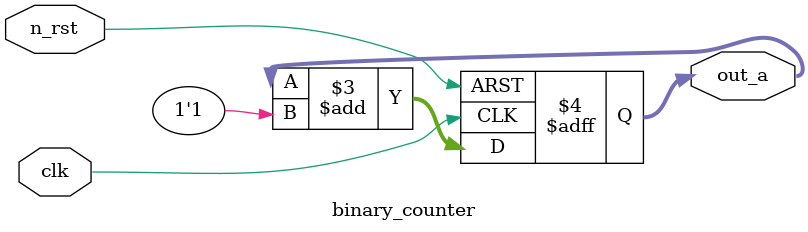
<source format=v>
module binary_counter(
  clk,
  n_rst,
  out_a
);

input clk;
input n_rst;
output [3:0] out_a;
reg [3:0] out_a;

always@(posedge clk or negedge n_rst)
  if(!n_rst) begin
    out_a <= 4'b0000;
  end
  else begin
    out_a <= out_a + 1'b1;
  end

endmodule
</source>
